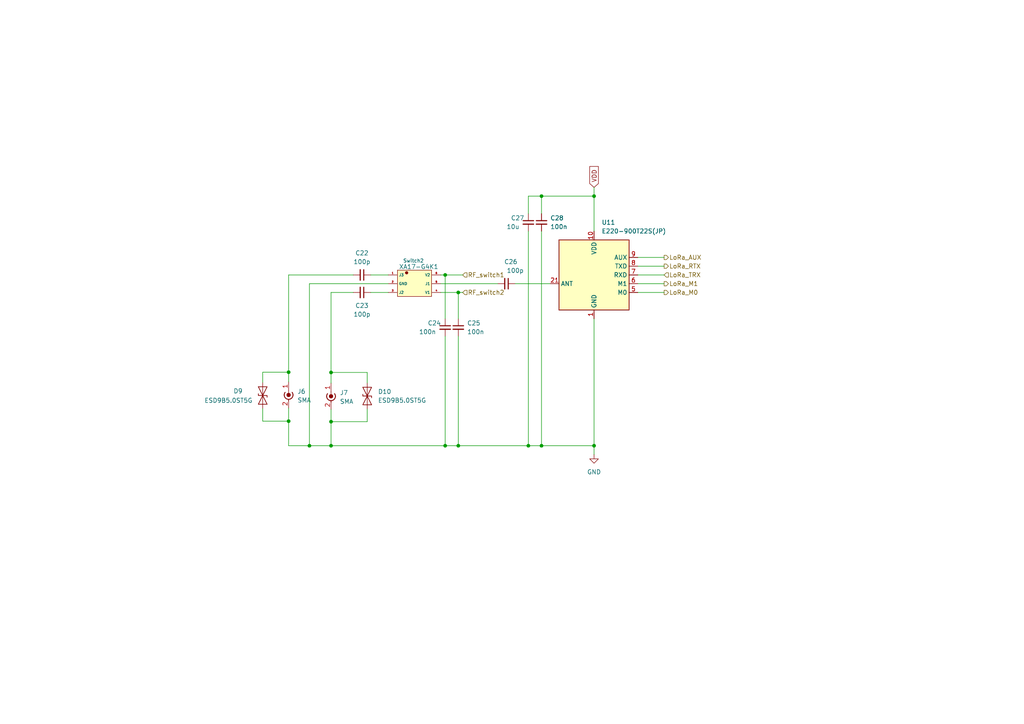
<source format=kicad_sch>
(kicad_sch (version 20231120) (generator "eeschema") (generator_version "8.0")
  (paper "A4")
  (lib_symbols
    (symbol "Connector:Conn_Coaxial_Power" (pin_names (offset 1.016) hide)
      (property "Reference" "J" (at -5.08 -1.27 90))
      (property "Value" "Conn_Coaxial_Power" (at -3.175 -1.27 90))
      (symbol "Conn_Coaxial_Power_0_1"
        (arc (start -1.27 -1.27) (mid 0 -2.5345) (end 1.27 -1.27) (stroke (width 0.254)))
        (arc (start -1.016 -0.508) (mid -1.2048 -0.8684) (end -1.27 -1.27) (stroke (width 0.254)))
        (circle (center 0 -1.27) (radius 0.508) (stroke (width 0.2032)) (fill (type outline)))
        (polyline (pts (xy 0 -2.54) (xy 0 -3.048)))
        (polyline (pts (xy 0 0) (xy 0 -1.27)))
        (arc (start 1.27 -1.27) (mid 1.2048 -0.8684) (end 1.016 -0.508) (stroke (width 0.254)))
      )
      (symbol "Conn_Coaxial_Power_1_1"
        (pin passive line (at 0 2.54 270) (length 2.54) (name "In") (number "1"))
        (pin passive line (at 0 -5.08 90) (length 2.54) (name "Ext") (number "2"))
      )
    )
    (symbol "Device:C_Small" (pin_numbers hide) (pin_names (offset 0.254) hide)
      (property "Reference" "C" (at 0.254 1.778 0))
      (property "Value" "C_Small" (at 0.254 -2.032 0))
      (symbol "C_Small_0_1"
        (polyline (pts (xy -1.524 -0.508) (xy 1.524 -0.508)) (stroke (width 0.3302)))
        (polyline (pts (xy -1.524 0.508) (xy 1.524 0.508)) (stroke (width 0.3048)))
      )
      (symbol "C_Small_1_1"
        (pin passive line (at 0 2.54 270) (length 2.032) (name "~") (number "1"))
        (pin passive line (at 0 -2.54 90) (length 2.032) (name "~") (number "2"))
      )
    )
    (symbol "Diode:ESD9B5.0ST5G" (pin_numbers hide) (pin_names (offset 1.016) hide)
      (property "Reference" "D" (at 0 2.54 0))
      (property "Value" "ESD9B5.0ST5G" (at 0 -2.54 0))
      (symbol "ESD9B5.0ST5G_0_1"
        (polyline (pts (xy 1.27 0) (xy -1.27 0)))
        (polyline (pts (xy -2.54 -1.27) (xy 0 0) (xy -2.54 1.27) (xy -2.54 -1.27)) (stroke (width 0.2032)))
        (polyline (pts (xy 0.508 1.27) (xy 0 1.27) (xy 0 -1.27) (xy -0.508 -1.27)) (stroke (width 0.2032)))
        (polyline (pts (xy 2.54 1.27) (xy 2.54 -1.27) (xy 0 0) (xy 2.54 1.27)) (stroke (width 0.2032)))
      )
      (symbol "ESD9B5.0ST5G_1_1"
        (pin passive line (at -3.81 0 0) (length 2.54) (name "A1") (number "1"))
        (pin passive line (at 3.81 0 180) (length 2.54) (name "A2") (number "2"))
      )
    )
    (symbol "RF_Module_additional:E220-900T22S(JP)"
      (property "Reference" "U" (at -8.89 11.43 0))
      (property "Value" "E220-900T22S(JP)" (at 11.43 11.43 0))
      (symbol "E220-900T22S(JP)_0_1"
        (rectangle (start -10.16 10.16) (end 10.16 -10.16) (stroke (width 0.254)) (fill (type background)))
      )
      (symbol "E220-900T22S(JP)_1_1"
        (pin power_in line (at 0 -12.7 90) (length 2.54) (name "GND") (number "1"))
        (pin power_in line (at 0 12.7 270) (length 2.54) (name "VDD") (number "10"))
        (pin passive line (at 0 -12.7 90) (length 2.54) hide (name "GND") (number "11"))
        (pin passive line (at 0 -12.7 90) (length 2.54) hide (name "GND") (number "13"))
        (pin passive line (at 0 -12.7 90) (length 2.54) hide (name "GND") (number "19"))
        (pin passive line (at 0 -12.7 90) (length 2.54) hide (name "GND") (number "2"))
        (pin passive line (at 0 -12.7 90) (length 2.54) hide (name "GND") (number "20"))
        (pin power_in line (at -12.7 -2.54 0) (length 2.54) (name "ANT") (number "21"))
        (pin passive line (at 0 -12.7 90) (length 2.54) hide (name "GND") (number "22"))
        (pin passive line (at 0 -12.7 90) (length 2.54) hide (name "GND") (number "3"))
        (pin passive line (at 0 -12.7 90) (length 2.54) hide (name "GND") (number "4"))
        (pin input line (at 12.7 -5.08 180) (length 2.54) (name "M0") (number "5"))
        (pin input line (at 12.7 -2.54 180) (length 2.54) (name "M1") (number "6"))
        (pin input line (at 12.7 0 180) (length 2.54) (name "RXD") (number "7"))
        (pin output line (at 12.7 2.54 180) (length 2.54) (name "TXD") (number "8"))
        (pin output line (at 12.7 5.08 180) (length 2.54) (name "AUX") (number "9"))
      )
    )
    (symbol "XA17-G4K:XA17-G4K"
      (property "Reference" "XA17-G4K" (at 2.921 5.08 0))
      (symbol "XA17-G4K_1_1"
        (rectangle (start -4.953 3.937) (end 4.953 -3.683) (fill (type background)))
        (circle (center -2.286 3.175) (radius 0.381) (fill (type outline)))
        (pin free line (at -7.62 2.54 0) (length 2.54) (name "J3") (number "1"))
        (pin free line (at -7.62 0 0) (length 2.54) (name "GND") (number "2"))
        (pin free line (at -7.62 -2.54 0) (length 2.54) (name "J2") (number "3"))
        (pin free line (at 7.62 -2.54 180) (length 2.54) (name "V1") (number "4"))
        (pin free line (at 7.62 0 180) (length 2.54) (name "J1") (number "5"))
        (pin free line (at 7.62 2.54 180) (length 2.54) (name "V2") (number "6"))
      )
    )
    (symbol "power:GND" (power) (pin_names (offset 0))
      (property "Value" "GND" (at 0 -3.81 0))
      (symbol "GND_0_1"
        (polyline (pts (xy 0 0) (xy 0 -1.27) (xy 1.27 -1.27) (xy 0 -2.54) (xy -1.27 -1.27) (xy 0 -1.27)))
      )
      (symbol "GND_1_1"
        (pin power_in line (at 0 0 270) (length 0) hide (name "GND") (number "1"))
      )
    )
  )
  (junction (at 132.9283 84.8278))
  (junction (at 83.7101 107.95))
  (junction (at 172.2983 129.2778))
  (junction (at 83.7101 122.1536))
  (junction (at 96.0147 129.2778))
  (junction (at 96.0147 122.3055))
  (junction (at 153.2483 129.2778))
  (junction (at 157.0583 129.2778))
  (junction (at 132.9283 129.2778))
  (junction (at 89.7483 129.2778))
  (junction (at 129.1183 79.7478))
  (junction (at 129.1183 129.2778))
  (junction (at 172.2983 56.8878))
  (junction (at 96.0147 108.026))
  (junction (at 157.0583 56.8878))
  (wire (pts (xy 96.0147 118.7457) (xy 96.0147 122.3055)))
  (wire (pts (xy 106.5059 111.0519) (xy 106.5059 108.026)))
  (wire (pts (xy 172.2983 129.2778) (xy 172.2983 131.8178)))
  (wire (pts (xy 184.9983 74.6678) (xy 192.6183 74.6678)))
  (wire (pts (xy 89.7483 82.2878) (xy 89.7483 129.2778)))
  (wire (pts (xy 83.7101 118.366) (xy 83.7101 122.1536)))
  (wire (pts (xy 96.0147 108.026) (xy 96.0147 111.1257)))
  (wire (pts (xy 89.7483 129.2778) (xy 96.0147 129.2778)))
  (wire (pts (xy 184.9983 79.7478) (xy 192.6183 79.7478)))
  (wire (pts (xy 96.0147 84.8278) (xy 96.0147 108.026)))
  (wire (pts (xy 132.9283 84.8278) (xy 132.9283 92.4478)))
  (wire (pts (xy 153.2483 67.0478) (xy 153.2483 129.2778)))
  (wire (pts (xy 76.2 110.9) (xy 76.2 107.95)))
  (wire (pts (xy 83.7101 79.7478) (xy 83.7101 107.95)))
  (wire (pts (xy 127.8483 79.7478) (xy 129.1183 79.7478)))
  (wire (pts (xy 102.4483 79.7478) (xy 83.7101 79.7478)))
  (wire (pts (xy 96.0147 129.2778) (xy 129.1183 129.2778)))
  (wire (pts (xy 132.9283 97.5278) (xy 132.9283 129.2778)))
  (wire (pts (xy 184.9983 84.8278) (xy 192.6183 84.8278)))
  (wire (pts (xy 107.5283 84.8278) (xy 112.6083 84.8278)))
  (wire (pts (xy 76.2 107.95) (xy 83.7101 107.95)))
  (wire (pts (xy 83.7101 122.1536) (xy 83.7101 129.2778)))
  (wire (pts (xy 157.0583 56.8878) (xy 157.0583 61.9678)))
  (wire (pts (xy 76.2 118.52) (xy 76.2 122.1536)))
  (wire (pts (xy 83.7101 129.2778) (xy 89.7483 129.2778)))
  (wire (pts (xy 132.9283 84.8278) (xy 134.1983 84.8278)))
  (wire (pts (xy 127.8483 82.2878) (xy 144.3583 82.2878)))
  (wire (pts (xy 157.0583 56.8878) (xy 172.2983 56.8878)))
  (wire (pts (xy 153.2483 61.9678) (xy 153.2483 56.8878)))
  (wire (pts (xy 172.2983 54.3478) (xy 172.2983 56.8878)))
  (wire (pts (xy 96.0147 84.8278) (xy 102.4483 84.8278)))
  (wire (pts (xy 106.5059 108.026) (xy 96.0147 108.026)))
  (wire (pts (xy 129.1183 79.7478) (xy 134.1983 79.7478)))
  (wire (pts (xy 153.2483 129.2778) (xy 157.0583 129.2778)))
  (wire (pts (xy 112.6083 82.2878) (xy 89.7483 82.2878)))
  (wire (pts (xy 132.9283 129.2778) (xy 153.2483 129.2778)))
  (wire (pts (xy 112.6083 79.7478) (xy 107.5283 79.7478)))
  (wire (pts (xy 153.2483 56.8878) (xy 157.0583 56.8878)))
  (wire (pts (xy 76.2 122.1536) (xy 83.7101 122.1536)))
  (wire (pts (xy 192.6183 77.2078) (xy 184.9983 77.2078)))
  (wire (pts (xy 192.6183 82.2878) (xy 184.9983 82.2878)))
  (wire (pts (xy 172.2983 92.4478) (xy 172.2983 129.2778)))
  (wire (pts (xy 157.0583 129.2778) (xy 172.2983 129.2778)))
  (wire (pts (xy 157.0583 67.0478) (xy 157.0583 129.2778)))
  (wire (pts (xy 127.8483 84.8278) (xy 132.9283 84.8278)))
  (wire (pts (xy 96.0147 122.3055) (xy 96.0147 129.2778)))
  (wire (pts (xy 106.5059 118.6719) (xy 106.5059 122.3055)))
  (wire (pts (xy 129.1183 79.7478) (xy 129.1183 92.4478)))
  (wire (pts (xy 129.1183 129.2778) (xy 132.9283 129.2778)))
  (wire (pts (xy 129.1183 97.5278) (xy 129.1183 129.2778)))
  (wire (pts (xy 106.5059 122.3055) (xy 96.0147 122.3055)))
  (wire (pts (xy 149.4383 82.2878) (xy 159.5983 82.2878)))
  (wire (pts (xy 172.2983 56.8878) (xy 172.2983 67.0478)))
  (wire (pts (xy 83.7101 107.95) (xy 83.7101 110.746)))
  (global_label "VDD" (shape input) (at 172.2983 54.3478 90) (property "Intersheetrefs" "${INTERSHEET_REFS}" (effects (hide yes))))
  (hierarchical_label "LoRa_AUX" (shape output) (at 192.6183 74.6678 0))
  (hierarchical_label "LoRa_M0" (shape output) (at 192.6183 84.8278 0))
  (hierarchical_label "LoRa_TRX" (shape input) (at 192.6183 79.7478 0))
  (hierarchical_label "LoRa_RTX" (shape output) (at 192.6183 77.2078 0))
  (hierarchical_label "LoRa_M1" (shape output) (at 192.6183 82.2878 0))
  (hierarchical_label "RF_switch1" (shape input) (at 134.1983 79.7478 0))
  (hierarchical_label "RF_switch2" (shape input) (at 134.1983 84.8278 0))
  (symbol (lib_id "Diode:ESD9B5.0ST5G") (at 76.2 114.71 90) (unit 1)
    (property "Reference" "D9" (at 67.6931 113.4188 90) (effects (justify right)))
    (property "Value" "ESD9B5.0ST5G" (at 59.2621 116.1531 90) (effects (justify right)))
    (property "Footprint" "Diode_SMD:D_SOD-882" (effects (hide yes)))
    (property "Datasheet" "https://www.onsemi.com/pub/Collateral/ESD9B-D.PDF" (effects (hide yes)))
    (property "Description" "ESD protection diode, 5.0Vrwm, SOD-923" (effects (hide yes)))
    (property "LCSC" " C7420372" (effects (hide yes)))
  )
  (symbol (lib_id "Device:C_Small") (at 104.9883 79.7478 270) (unit 1)
    (property "Reference" "C22" (at 104.9819 73.3978 90))
    (property "Value" "100p" (at 104.9819 75.9378 90))
    (property "Footprint" "Capacitor_SMD:C_0603_1608Metric" (effects (hide yes)))
    (property "LCSC" " C14858" (effects (hide yes)))
  )
  (symbol (lib_id "Diode:ESD9B5.0ST5G") (at 106.5059 114.8619 90) (unit 1)
    (property "Reference" "D10" (at 109.6126 113.5918 90) (effects (justify right)))
    (property "Value" "ESD9B5.0ST5G" (at 109.6126 116.1318 90) (effects (justify right)))
    (property "Footprint" "Diode_SMD:D_SOD-882" (effects (hide yes)))
    (property "Datasheet" "https://www.onsemi.com/pub/Collateral/ESD9B-D.PDF" (effects (hide yes)))
    (property "Description" "ESD protection diode, 5.0Vrwm, SOD-923" (effects (hide yes)))
    (property "LCSC" " C7420372" (effects (hide yes)))
  )
  (symbol (lib_id "power:GND") (at 172.2983 131.8178 0) (unit 1)
    (property "Reference" "#PWR067" (effects (hide yes)))
    (property "Value" "GND" (at 172.2983 136.8978 0))
  )
  (symbol (lib_id "Device:C_Small") (at 132.9283 94.9878 0) (unit 1)
    (property "Reference" "C25" (at 135.4683 93.7241 0) (effects (justify left)))
    (property "Value" "100n" (at 135.4683 96.2578 0) (effects (justify left)))
    (property "Footprint" "Capacitor_SMD:C_0402_1005Metric" (effects (hide yes)))
    (property "LCSC" "C1525" (effects (hide yes)))
  )
  (symbol (lib_id "Device:C_Small") (at 129.1183 94.9878 0) (unit 1)
    (property "Reference" "C24" (at 124.0383 93.7178 0) (effects (justify left)))
    (property "Value" "100n" (at 121.4983 96.2578 0) (effects (justify left)))
    (property "Footprint" "Capacitor_SMD:C_0402_1005Metric" (effects (hide yes)))
    (property "LCSC" "C1525" (effects (hide yes)))
  )
  (symbol (lib_id "Device:C_Small") (at 146.8983 82.2878 270) (unit 1)
    (property "Reference" "C26" (at 148.1683 75.9378 90))
    (property "Value" "100p" (at 149.4383 78.4778 90))
    (property "Footprint" "Capacitor_SMD:C_0603_1608Metric" (effects (hide yes)))
    (property "LCSC" " C14858" (effects (hide yes)))
  )
  (symbol (lib_id "Device:C_Small") (at 104.9883 84.8278 270) (unit 1)
    (property "Reference" "C23" (at 104.9883 88.6378 90))
    (property "Value" "100p" (at 104.9883 91.1778 90))
    (property "Footprint" "Capacitor_SMD:C_0603_1608Metric" (effects (hide yes)))
    (property "LCSC" " C14858" (effects (hide yes)))
  )
  (symbol (lib_id "XA17-G4K:XA17-G4K") (at 120.2283 82.2878 0) (unit 1)
    (property "Reference" "Switch2" (at 119.9214 75.6156 0) (effects (font (size 1.016 1.016))))
    (property "Value" "XA17-G4K1" (at 121.4405 77.3626 0))
    (property "Footprint" "Package_TO_SOT_SMD:SOT-363_SC-70-6" (effects (hide yes)))
    (property "LCSC" "C2693813" (effects (hide yes)))
  )
  (symbol (lib_id "Connector:Conn_Coaxial_Power") (at 96.0147 113.6657 0) (unit 1)
    (property "Reference" "J7" (at 98.5547 113.9197 0) (effects (justify left)))
    (property "Value" "SMA" (at 98.5547 116.4597 0) (effects (justify left)))
    (property "Footprint" "Connector_Coaxial:SMA_Amphenol_132203-12_Horizontal" (effects (hide yes)))
    (property "LCSC" " C2693813" (effects (hide yes)))
  )
  (symbol (lib_id "RF_Module_additional:E220-900T22S(JP)") (at 172.2983 79.7478 0) (unit 1)
    (property "Reference" "U11" (at 174.4924 64.5078 0) (effects (justify left)))
    (property "Value" "E220-900T22S(JP)" (at 174.4924 67.0478 0) (effects (justify left)))
    (property "Footprint" "WOBCLibrary:E220-900T22S(JP)" (effects (hide yes)))
    (property "Datasheet" "https://dragon-torch.tech/wp-content/uploads/2023/05/data_sheet_Rev1.4.pdf" (effects (hide yes)))
  )
  (symbol (lib_id "Connector:Conn_Coaxial_Power") (at 83.7101 113.286 0) (unit 1)
    (property "Reference" "J6" (at 86.2501 113.54 0) (effects (justify left)))
    (property "Value" "SMA" (at 86.2501 116.08 0) (effects (justify left)))
    (property "Footprint" "Connector_Coaxial:SMA_Amphenol_132203-12_Horizontal" (effects (hide yes)))
    (property "LCSC" " C2693813" (effects (hide yes)))
  )
  (symbol (lib_id "Device:C_Small") (at 157.0583 64.5078 0) (unit 1)
    (property "Reference" "C28" (at 159.5983 63.2441 0) (effects (justify left)))
    (property "Value" "100n" (at 159.5983 65.7778 0) (effects (justify left)))
    (property "Footprint" "Capacitor_SMD:C_0402_1005Metric" (effects (hide yes)))
    (property "LCSC" "C1525" (effects (hide yes)))
  )
  (symbol (lib_id "Device:C_Small") (at 153.2483 64.5078 0) (unit 1)
    (property "Reference" "C27" (at 148.1683 63.2378 0) (effects (justify left)))
    (property "Value" "10u" (at 146.8983 65.7778 0) (effects (justify left)))
    (property "Footprint" "Capacitor_SMD:C_0603_1608Metric" (effects (hide yes)))
    (property "LCSC" "C96446" (effects (hide yes)))
  )
)
</source>
